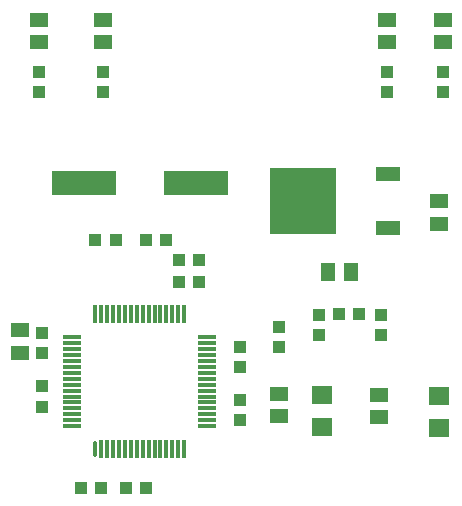
<source format=gtp>
%FSLAX42Y42*%
%MOMM*%
G71*
G01*
G75*
G04 Layer_Color=8421504*
%ADD10R,1.50X0.30*%
%ADD11R,0.30X1.50*%
%ADD12O,0.30X1.50*%
%ADD13R,5.50X2.00*%
%ADD14R,1.68X1.52*%
%ADD15R,1.10X1.00*%
%ADD16R,1.00X1.10*%
%ADD17R,1.30X1.50*%
%ADD18R,1.50X1.30*%
%ADD19R,2.00X1.20*%
%ADD20R,5.60X5.60*%
%ADD21C,1.00*%
%ADD22C,0.25*%
%ADD23C,0.50*%
%ADD24C,2.00*%
%ADD25R,2.00X2.00*%
%ADD26C,1.20*%
%ADD27C,0.50*%
%ADD28C,3.30*%
%ADD29C,2.00*%
%ADD30C,0.20*%
%ADD31C,0.10*%
D10*
X655Y-3735D02*
D03*
Y-3685D02*
D03*
Y-3635D02*
D03*
Y-3585D02*
D03*
Y-3535D02*
D03*
Y-3485D02*
D03*
Y-3435D02*
D03*
Y-3385D02*
D03*
Y-3335D02*
D03*
Y-3285D02*
D03*
Y-3235D02*
D03*
Y-3185D02*
D03*
Y-3135D02*
D03*
Y-3085D02*
D03*
Y-3035D02*
D03*
Y-2985D02*
D03*
X1795D02*
D03*
Y-3035D02*
D03*
Y-3085D02*
D03*
Y-3135D02*
D03*
Y-3185D02*
D03*
Y-3235D02*
D03*
Y-3285D02*
D03*
Y-3335D02*
D03*
Y-3385D02*
D03*
Y-3435D02*
D03*
Y-3485D02*
D03*
Y-3535D02*
D03*
Y-3585D02*
D03*
Y-3635D02*
D03*
Y-3685D02*
D03*
Y-3735D02*
D03*
D11*
X850Y-2790D02*
D03*
X900D02*
D03*
X950D02*
D03*
X1000D02*
D03*
X1050D02*
D03*
X1100D02*
D03*
X1150D02*
D03*
X1200D02*
D03*
X1250D02*
D03*
X1300D02*
D03*
X1350D02*
D03*
X1400D02*
D03*
X1450D02*
D03*
X1500D02*
D03*
X1550D02*
D03*
X1600D02*
D03*
Y-3930D02*
D03*
X1550D02*
D03*
X1500D02*
D03*
X1450D02*
D03*
X1400D02*
D03*
X1350D02*
D03*
X1300D02*
D03*
X1250D02*
D03*
X1200D02*
D03*
X1150D02*
D03*
X1100D02*
D03*
X1050D02*
D03*
X1000D02*
D03*
X950D02*
D03*
X900D02*
D03*
D12*
X850D02*
D03*
D13*
X1700Y-1675D02*
D03*
X750D02*
D03*
D14*
X2770Y-3739D02*
D03*
Y-3470D02*
D03*
X3760Y-3749D02*
D03*
Y-3480D02*
D03*
D15*
X2915Y-2790D02*
D03*
X3085D02*
D03*
X725Y-4260D02*
D03*
X895D02*
D03*
X1020Y-2160D02*
D03*
X850D02*
D03*
X1450Y-2160D02*
D03*
X1280D02*
D03*
X1727Y-2517D02*
D03*
X1557D02*
D03*
X1727Y-2328D02*
D03*
X1557D02*
D03*
X1110Y-4260D02*
D03*
X1280D02*
D03*
D16*
X2400Y-2900D02*
D03*
Y-3070D02*
D03*
X370Y-905D02*
D03*
Y-735D02*
D03*
X910Y-905D02*
D03*
Y-735D02*
D03*
X3320Y-905D02*
D03*
Y-735D02*
D03*
X3790Y-905D02*
D03*
Y-735D02*
D03*
X2739Y-2966D02*
D03*
Y-2795D02*
D03*
X3269Y-2966D02*
D03*
Y-2796D02*
D03*
X399Y-3115D02*
D03*
Y-2945D02*
D03*
X2075Y-3515D02*
D03*
Y-3685D02*
D03*
X400Y-3570D02*
D03*
Y-3400D02*
D03*
X2075Y-3235D02*
D03*
Y-3065D02*
D03*
D17*
X3010Y-2430D02*
D03*
X2820D02*
D03*
D18*
X3755Y-2023D02*
D03*
Y-1833D02*
D03*
X3250Y-3660D02*
D03*
Y-3470D02*
D03*
X210Y-2925D02*
D03*
Y-3115D02*
D03*
X2400Y-3650D02*
D03*
Y-3460D02*
D03*
X370Y-295D02*
D03*
Y-485D02*
D03*
X910Y-295D02*
D03*
Y-485D02*
D03*
X3320Y-295D02*
D03*
Y-485D02*
D03*
X3790Y-295D02*
D03*
Y-485D02*
D03*
D19*
X3330Y-2055D02*
D03*
Y-1605D02*
D03*
D20*
X2610Y-1830D02*
D03*
M02*

</source>
